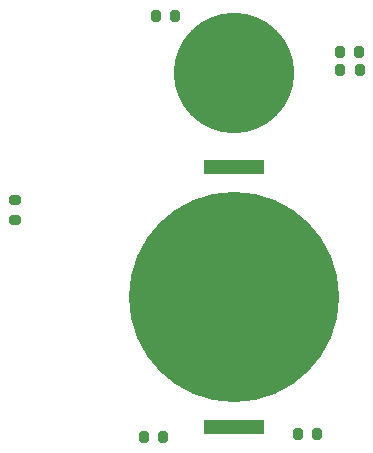
<source format=gbr>
%TF.GenerationSoftware,KiCad,Pcbnew,7.0.7*%
%TF.CreationDate,2023-09-02T14:38:41-07:00*%
%TF.ProjectId,badgelife101,62616467-656c-4696-9665-3130312e6b69,rev?*%
%TF.SameCoordinates,Original*%
%TF.FileFunction,Soldermask,Bot*%
%TF.FilePolarity,Negative*%
%FSLAX46Y46*%
G04 Gerber Fmt 4.6, Leading zero omitted, Abs format (unit mm)*
G04 Created by KiCad (PCBNEW 7.0.7) date 2023-09-02 14:38:41*
%MOMM*%
%LPD*%
G01*
G04 APERTURE LIST*
G04 Aperture macros list*
%AMRoundRect*
0 Rectangle with rounded corners*
0 $1 Rounding radius*
0 $2 $3 $4 $5 $6 $7 $8 $9 X,Y pos of 4 corners*
0 Add a 4 corners polygon primitive as box body*
4,1,4,$2,$3,$4,$5,$6,$7,$8,$9,$2,$3,0*
0 Add four circle primitives for the rounded corners*
1,1,$1+$1,$2,$3*
1,1,$1+$1,$4,$5*
1,1,$1+$1,$6,$7*
1,1,$1+$1,$8,$9*
0 Add four rect primitives between the rounded corners*
20,1,$1+$1,$2,$3,$4,$5,0*
20,1,$1+$1,$4,$5,$6,$7,0*
20,1,$1+$1,$6,$7,$8,$9,0*
20,1,$1+$1,$8,$9,$2,$3,0*%
G04 Aperture macros list end*
%ADD10C,10.200000*%
%ADD11RoundRect,0.200000X-0.200000X-0.275000X0.200000X-0.275000X0.200000X0.275000X-0.200000X0.275000X0*%
%ADD12RoundRect,0.200000X0.275000X-0.200000X0.275000X0.200000X-0.275000X0.200000X-0.275000X-0.200000X0*%
%ADD13RoundRect,0.200000X0.200000X0.275000X-0.200000X0.275000X-0.200000X-0.275000X0.200000X-0.275000X0*%
%ADD14R,5.080000X1.270000*%
%ADD15C,17.800000*%
G04 APERTURE END LIST*
D10*
%TO.C,TP1*%
X132750000Y-78000000D03*
%TD*%
D11*
%TO.C,R6*%
X143450000Y-77800000D03*
X141800000Y-77800000D03*
%TD*%
D12*
%TO.C,R5*%
X114200000Y-90450000D03*
X114200000Y-88800000D03*
%TD*%
D11*
%TO.C,R4*%
X138200000Y-108600000D03*
X139850000Y-108600000D03*
%TD*%
D13*
%TO.C,R3*%
X126800000Y-108800000D03*
X125150000Y-108800000D03*
%TD*%
D11*
%TO.C,R2*%
X141750000Y-76200000D03*
X143400000Y-76200000D03*
%TD*%
D13*
%TO.C,R1*%
X127800000Y-73200000D03*
X126150000Y-73200000D03*
%TD*%
D14*
%TO.C,BT1*%
X132750000Y-107985000D03*
X132750000Y-86015000D03*
D15*
X132750000Y-97000000D03*
%TD*%
M02*

</source>
